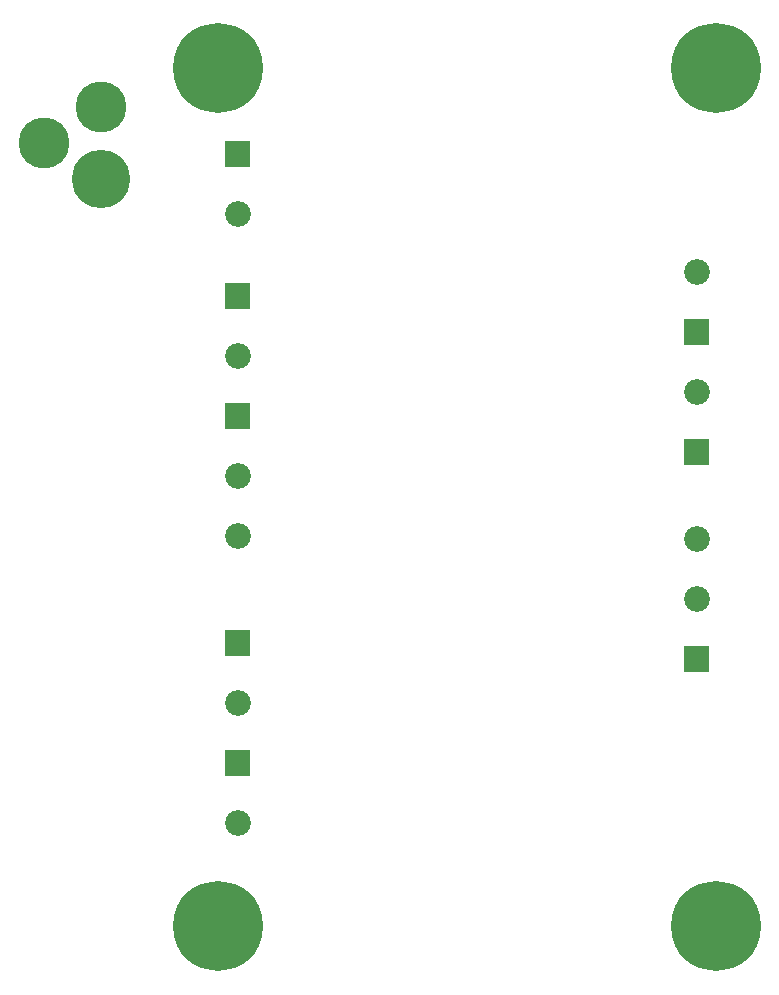
<source format=gbr>
G04 start of page 7 for group -4062 idx -4062 *
G04 Title: (unknown), soldermask *
G04 Creator: pcb 4.0.2 *
G04 CreationDate: Mon Feb 22 18:09:41 2021 UTC *
G04 For: ndholmes *
G04 Format: Gerber/RS-274X *
G04 PCB-Dimensions (mil): 3500.00 3200.00 *
G04 PCB-Coordinate-Origin: lower left *
%MOIN*%
%FSLAX25Y25*%
%LNBOTTOMMASK*%
%ADD51C,0.1700*%
%ADD50C,0.1950*%
%ADD49C,0.2997*%
%ADD48C,0.0860*%
%ADD47C,0.0001*%
G54D47*G36*
X222200Y179300D02*Y170700D01*
X230800D01*
Y179300D01*
X222200D01*
G37*
G54D48*X226500Y195000D03*
G54D47*G36*
X222200Y219300D02*Y210700D01*
X230800D01*
Y219300D01*
X222200D01*
G37*
G54D48*X226500Y235000D03*
G54D49*X233000Y17000D03*
G54D47*G36*
X222200Y110300D02*Y101700D01*
X230800D01*
Y110300D01*
X222200D01*
G37*
G54D48*X226500Y126000D03*
Y146000D03*
G54D49*X233000Y303000D03*
G54D47*G36*
X69200Y191300D02*Y182700D01*
X77800D01*
Y191300D01*
X69200D01*
G37*
G54D48*X73500Y167000D03*
Y147000D03*
G54D47*G36*
X69200Y231300D02*Y222700D01*
X77800D01*
Y231300D01*
X69200D01*
G37*
G54D48*X73500Y207000D03*
G54D47*G36*
X69200Y115800D02*Y107200D01*
X77800D01*
Y115800D01*
X69200D01*
G37*
G54D48*X73500Y91500D03*
G54D47*G36*
X69200Y75800D02*Y67200D01*
X77800D01*
Y75800D01*
X69200D01*
G37*
G54D48*X73500Y51500D03*
G54D49*X67000Y17000D03*
Y303000D03*
G54D47*G36*
X69200Y278800D02*Y270200D01*
X77800D01*
Y278800D01*
X69200D01*
G37*
G54D48*X73500Y254500D03*
G54D50*X28000Y266000D03*
G54D51*Y290000D03*
X9000Y278000D03*
M02*

</source>
